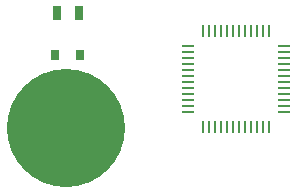
<source format=gtp>
G04 #@! TF.GenerationSoftware,KiCad,Pcbnew,5.1.7-a382d34a8~88~ubuntu18.04.1*
G04 #@! TF.CreationDate,2021-07-31T18:48:42+05:30*
G04 #@! TF.ProjectId,FrontEnd_HeavyDevice_v1,46726f6e-7445-46e6-945f-486561767944,rev?*
G04 #@! TF.SameCoordinates,Original*
G04 #@! TF.FileFunction,Paste,Top*
G04 #@! TF.FilePolarity,Positive*
%FSLAX46Y46*%
G04 Gerber Fmt 4.6, Leading zero omitted, Abs format (unit mm)*
G04 Created by KiCad (PCBNEW 5.1.7-a382d34a8~88~ubuntu18.04.1) date 2021-07-31 18:48:42*
%MOMM*%
%LPD*%
G01*
G04 APERTURE LIST*
%ADD10R,1.000000X0.230000*%
%ADD11R,0.230000X1.000000*%
%ADD12R,0.700000X1.300000*%
%ADD13R,0.800000X0.900000*%
%ADD14C,10.000000*%
G04 APERTURE END LIST*
D10*
X136464000Y-90878700D03*
D11*
X135194000Y-97228700D03*
X134686000Y-97228700D03*
X134178000Y-97228700D03*
X133670000Y-97228700D03*
X133162000Y-97228700D03*
X132654000Y-97228700D03*
X132146000Y-97228700D03*
X131638000Y-97228700D03*
X131130000Y-97228700D03*
X130622000Y-97228700D03*
X130114000Y-97228700D03*
X129606000Y-97228700D03*
D10*
X128336000Y-95958700D03*
X128336000Y-95450700D03*
X128336000Y-94434700D03*
X128336000Y-93926700D03*
X128336000Y-93418700D03*
X128336000Y-92910700D03*
X128336000Y-92402700D03*
X128336000Y-91894700D03*
X128336000Y-91386700D03*
X128336000Y-90878700D03*
X128336000Y-90370700D03*
D11*
X130114000Y-89100700D03*
X130622000Y-89100700D03*
X131130000Y-89100700D03*
X131638000Y-89100700D03*
X132146000Y-89100700D03*
X132654000Y-89100700D03*
X133162000Y-89100700D03*
X133670000Y-89100700D03*
X134178000Y-89100700D03*
X134686000Y-89100700D03*
X135194000Y-89100700D03*
D10*
X136464000Y-90370700D03*
X136464000Y-91386700D03*
X136464000Y-91894700D03*
X136464000Y-92402700D03*
X136464000Y-92910700D03*
X136464000Y-93418700D03*
X136464000Y-93926700D03*
X136464000Y-94434700D03*
X136464000Y-94942700D03*
X136464000Y-95450700D03*
X136464000Y-95958700D03*
D11*
X129606000Y-89100700D03*
D10*
X128336000Y-94942700D03*
D12*
X119149000Y-87566500D03*
X117249000Y-87566500D03*
D13*
X117090480Y-91178380D03*
X119190480Y-91178380D03*
D14*
X118029000Y-97373400D03*
M02*

</source>
